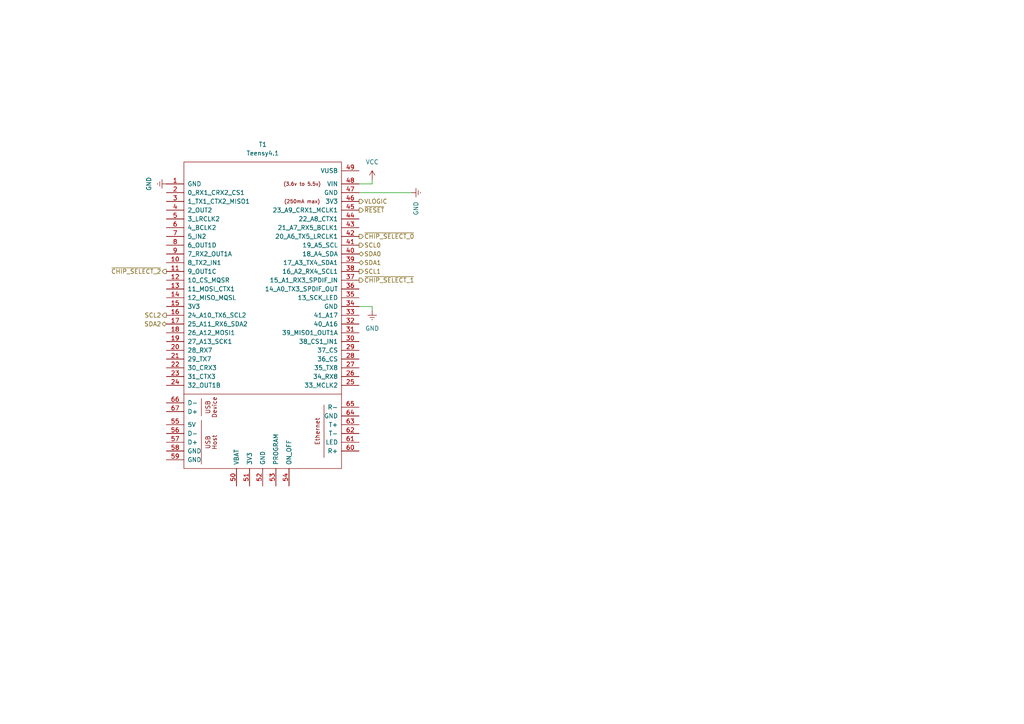
<source format=kicad_sch>
(kicad_sch (version 20250114) (generator "eeschema") (generator_version "9.0")
  (paper "A4")
  (title_block (title "master_of_muppets") (rev "0.0.0") (company "y3i12"))
  (lib_symbols
    (symbol "power:+5V" (power) (pin_numbers (hide yes)) (pin_names (offset 0) (hide yes))
      (property "Value" "+5V" (at 0 3.556 0))
      (symbol "+5V_0_1"
        (polyline (pts (xy -0.762 1.27) (xy 0 2.54)))
        (polyline (pts (xy 0 2.54) (xy 0.762 1.27)))
        (polyline (pts (xy 0 0) (xy 0 2.54)))
      )
      (symbol "+5V_1_1"
        (pin power_in line (at 0 0 90) (length 0) (name "~") (number "1"))
      )
    )
    (symbol "power:GNDREF" (power) (pin_numbers (hide yes)) (pin_names (offset 0) (hide yes))
      (property "Value" "GNDREF" (at 0 -3.81 0))
      (symbol "GNDREF_0_1"
        (polyline (pts (xy -0.635 -1.905) (xy 0.635 -1.905)))
        (polyline (pts (xy -0.127 -2.54) (xy 0.127 -2.54)))
        (polyline (pts (xy 0 -1.27) (xy 0 0)))
        (polyline (pts (xy 1.27 -1.27) (xy -1.27 -1.27)))
      )
      (symbol "GNDREF_1_1"
        (pin power_in line (at 0 0 270) (length 0) (name "~") (number "1"))
      )
    )
    (symbol "teensy:Teensy4.1" (pin_names (offset 1.016))
      (property "Reference" "U" (at 0 64.77 0))
      (property "Value" "Teensy4.1" (at 0 62.23 0))
      (symbol "Teensy4.1_0_0"
        (polyline (pts (xy -22.86 -6.35) (xy 22.86 -6.35)))
        (polyline (pts (xy -17.78 -7.62) (xy -17.78 -12.7)))
        (polyline (pts (xy -17.78 -26.67) (xy -17.78 -13.97)))
        (polyline (pts (xy 17.78 -9.525) (xy 17.78 -24.765)))
        (text "USB" (at -15.875 -10.16 900) (effects (font (size 1.27 1.27))))
        (text "USB" (at -15.875 -20.32 900) (effects (font (size 1.27 1.27))))
        (text "Device" (at -13.97 -10.16 900) (effects (font (size 1.27 1.27))))
        (text "Host" (at -13.97 -20.32 900) (effects (font (size 1.27 1.27))))
        (text "(3.6v to 5.5v)" (at 11.43 54.61 0) (effects (font (size 1.016 1.016))))
        (text "(250mA max)" (at 11.43 49.53 0) (effects (font (size 1.016 1.016))))
        (text "Ethernet" (at 15.875 -17.145 900) (effects (font (size 1.27 1.27))))
        (pin bidirectional line (at -27.94 44.45 0) (length 5.08) (name "3_LRCLK2") (number "5"))
        (pin bidirectional line (at -27.94 41.91 0) (length 5.08) (name "4_BCLK2") (number "6"))
        (pin bidirectional line (at -27.94 39.37 0) (length 5.08) (name "5_IN2") (number "7"))
        (pin bidirectional line (at -27.94 36.83 0) (length 5.08) (name "6_OUT1D") (number "8"))
        (pin bidirectional line (at -27.94 34.29 0) (length 5.08) (name "7_RX2_OUT1A") (number "9"))
        (pin bidirectional line (at -27.94 31.75 0) (length 5.08) (name "8_TX2_IN1") (number "10"))
        (pin bidirectional line (at -27.94 29.21 0) (length 5.08) (name "9_OUT1C") (number "11"))
        (pin bidirectional line (at -27.94 26.67 0) (length 5.08) (name "10_CS_MQSR") (number "12"))
        (pin bidirectional line (at -27.94 24.13 0) (length 5.08) (name "11_MOSI_CTX1") (number "13"))
        (pin bidirectional line (at -27.94 21.59 0) (length 5.08) (name "12_MISO_MQSL") (number "14"))
        (pin power_in line (at -27.94 19.05 0) (length 5.08) (name "3V3") (number "15"))
        (pin bidirectional line (at -27.94 16.51 0) (length 5.08) (name "24_A10_TX6_SCL2") (number "16"))
        (pin bidirectional line (at -27.94 13.97 0) (length 5.08) (name "25_A11_RX6_SDA2") (number "17"))
        (pin bidirectional line (at -27.94 11.43 0) (length 5.08) (name "26_A12_MOSI1") (number "18"))
        (pin bidirectional line (at -27.94 8.89 0) (length 5.08) (name "27_A13_SCK1") (number "19"))
        (pin bidirectional line (at -27.94 6.35 0) (length 5.08) (name "28_RX7") (number "20"))
        (pin bidirectional line (at -27.94 3.81 0) (length 5.08) (name "29_TX7") (number "21"))
        (pin bidirectional line (at -27.94 1.27 0) (length 5.08) (name "30_CRX3") (number "22"))
        (pin bidirectional line (at -27.94 -1.27 0) (length 5.08) (name "31_CTX3") (number "23"))
        (pin bidirectional line (at -27.94 -3.81 0) (length 5.08) (name "32_OUT1B") (number "24"))
        (pin bidirectional line (at -27.94 -8.89 0) (length 5.08) (name "D-") (number "66"))
        (pin bidirectional line (at -27.94 -11.43 0) (length 5.08) (name "D+") (number "67"))
        (pin power_out line (at -27.94 -15.24 0) (length 5.08) (name "5V") (number "55"))
        (pin bidirectional line (at -27.94 -17.78 0) (length 5.08) (name "D-") (number "56"))
        (pin bidirectional line (at -27.94 -20.32 0) (length 5.08) (name "D+") (number "57"))
        (pin power_in line (at -27.94 -22.86 0) (length 5.08) (name "GND") (number "58"))
        (pin power_in line (at -27.94 -25.4 0) (length 5.08) (name "GND") (number "59"))
        (pin power_in line (at -7.62 -33.02 90) (length 5.08) (name "VBAT") (number "50"))
        (pin power_in line (at -3.81 -33.02 90) (length 5.08) (name "3V3") (number "51"))
        (pin input line (at 0 -33.02 90) (length 5.08) (name "GND") (number "52"))
        (pin input line (at 3.81 -33.02 90) (length 5.08) (name "PROGRAM") (number "53"))
        (pin input line (at 7.62 -33.02 90) (length 5.08) (name "ON_OFF") (number "54"))
        (pin power_out line (at 27.94 58.42 180) (length 5.08) (name "VUSB") (number "49"))
        (pin power_in line (at 27.94 54.61 180) (length 5.08) (name "VIN") (number "48"))
        (pin output line (at 27.94 52.07 180) (length 5.08) (name "GND") (number "47"))
        (pin output line (at 27.94 49.53 180) (length 5.08) (name "3V3") (number "46"))
        (pin bidirectional line (at 27.94 46.99 180) (length 5.08) (name "23_A9_CRX1_MCLK1") (number "45"))
        (pin bidirectional line (at 27.94 44.45 180) (length 5.08) (name "22_A8_CTX1") (number "44"))
        (pin bidirectional line (at 27.94 41.91 180) (length 5.08) (name "21_A7_RX5_BCLK1") (number "43"))
        (pin bidirectional line (at 27.94 39.37 180) (length 5.08) (name "20_A6_TX5_LRCLK1") (number "42"))
        (pin bidirectional line (at 27.94 36.83 180) (length 5.08) (name "19_A5_SCL") (number "41"))
        (pin bidirectional line (at 27.94 34.29 180) (length 5.08) (name "18_A4_SDA") (number "40"))
        (pin bidirectional line (at 27.94 31.75 180) (length 5.08) (name "17_A3_TX4_SDA1") (number "39"))
        (pin bidirectional line (at 27.94 29.21 180) (length 5.08) (name "16_A2_RX4_SCL1") (number "38"))
        (pin bidirectional line (at 27.94 26.67 180) (length 5.08) (name "15_A1_RX3_SPDIF_IN") (number "37"))
        (pin bidirectional line (at 27.94 24.13 180) (length 5.08) (name "14_A0_TX3_SPDIF_OUT") (number "36"))
        (pin bidirectional line (at 27.94 21.59 180) (length 5.08) (name "13_SCK_LED") (number "35"))
        (pin bidirectional line (at 27.94 16.51 180) (length 5.08) (name "41_A17") (number "33"))
        (pin bidirectional line (at 27.94 13.97 180) (length 5.08) (name "40_A16") (number "32"))
        (pin bidirectional line (at 27.94 11.43 180) (length 5.08) (name "39_MISO1_OUT1A") (number "31"))
        (pin bidirectional line (at 27.94 8.89 180) (length 5.08) (name "38_CS1_IN1") (number "30"))
        (pin bidirectional line (at 27.94 6.35 180) (length 5.08) (name "37_CS") (number "29"))
        (pin bidirectional line (at 27.94 3.81 180) (length 5.08) (name "36_CS") (number "28"))
        (pin bidirectional line (at 27.94 1.27 180) (length 5.08) (name "35_TX8") (number "27"))
        (pin bidirectional line (at 27.94 -1.27 180) (length 5.08) (name "34_RX8") (number "26"))
        (pin bidirectional line (at 27.94 -3.81 180) (length 5.08) (name "33_MCLK2") (number "25"))
        (pin bidirectional line (at 27.94 -10.16 180) (length 5.08) (name "R-") (number "65"))
        (pin power_in line (at 27.94 -12.7 180) (length 5.08) (name "GND") (number "64"))
        (pin bidirectional line (at 27.94 -15.24 180) (length 5.08) (name "T+") (number "63"))
        (pin bidirectional line (at 27.94 -17.78 180) (length 5.08) (name "T-") (number "62"))
        (pin bidirectional line (at 27.94 -20.32 180) (length 5.08) (name "LED") (number "61"))
        (pin bidirectional line (at 27.94 -22.86 180) (length 5.08) (name "R+") (number "60"))
      )
      (symbol "Teensy4.1_0_1"
        (rectangle (start -22.86 60.96) (end 22.86 -27.94))
        (rectangle (start -20.32 -1.27) (end -20.32 -1.27))
      )
      (symbol "Teensy4.1_1_1"
        (pin power_in line (at -27.94 54.61 0) (length 5.08) (name "GND") (number "1"))
        (pin bidirectional line (at -27.94 52.07 0) (length 5.08) (name "0_RX1_CRX2_CS1") (number "2"))
        (pin bidirectional line (at -27.94 49.53 0) (length 5.08) (name "1_TX1_CTX2_MISO1") (number "3"))
        (pin bidirectional line (at -27.94 46.99 0) (length 5.08) (name "2_OUT2") (number "4"))
        (pin power_in line (at 27.94 19.05 180) (length 5.08) (name "GND") (number "34"))
      )
    )
  )
  (wire (pts (xy 107.95 53.34) (xy 104.14 53.34)))
  (wire (pts (xy 119.38 55.88) (xy 104.14 55.88)))
  (wire (pts (xy 107.95 88.9) (xy 107.95 90.17)))
  (wire (pts (xy 104.14 88.9) (xy 107.95 88.9)))
  (wire (pts (xy 107.95 52.07) (xy 107.95 53.34)))
  (hierarchical_label "SDA0" (shape bidirectional) (at 104.14 73.66 0))
  (hierarchical_label "~{RESET}" (shape output) (at 104.14 60.96 0))
  (hierarchical_label "VLOGIC" (shape output) (at 104.14 58.42 0))
  (hierarchical_label "SCL0" (shape output) (at 104.14 71.12 0))
  (hierarchical_label "SDA1" (shape bidirectional) (at 104.14 76.2 0))
  (hierarchical_label "SDA2" (shape bidirectional) (at 48.26 93.98 180))
  (hierarchical_label "SCL2" (shape output) (at 48.26 91.44 180))
  (hierarchical_label "~{CHIP_SELECT_1}" (shape output) (at 104.14 81.28 0))
  (hierarchical_label "~{CHIP_SELECT_0}" (shape output) (at 104.14 68.58 0))
  (hierarchical_label "~{CHIP_SELECT_2}" (shape output) (at 48.26 78.74 180))
  (hierarchical_label "SCL1" (shape output) (at 104.14 78.74 0))
  (symbol (lib_id "power:GNDREF") (at 119.38 55.88 90) (unit 1)
    (property "Reference" "#PWR09" (effects (hide yes)))
    (property "Value" "GND" (at 120.6501 58.42 0) (effects (justify right)))
    (property "Description" "Power symbol creates a global label with name \"GNDREF\" , reference supply ground" (effects (hide yes)))
  )
  (symbol (lib_id "teensy:Teensy4.1") (at 76.2 107.95 0) (unit 1)
    (property "Reference" "T1" (at 76.2 41.91 0))
    (property "Value" "Teensy4.1" (at 76.2 44.45 0))
    (property "Footprint" "Teensy:Teensy41" (effects (hide yes)))
  )
  (symbol (lib_id "power:GNDREF") (at 107.95 90.17 0) (unit 1)
    (property "Reference" "#PWR010" (effects (hide yes)))
    (property "Value" "GND" (at 107.95 95.25 0))
    (property "Description" "Power symbol creates a global label with name \"GNDREF\" , reference supply ground" (effects (hide yes)))
  )
  (symbol (lib_id "power:+5V") (at 107.95 52.07 0) (unit 1)
    (property "Reference" "#PWR07" (effects (hide yes)))
    (property "Value" "VCC" (at 107.95 46.99 0))
    (property "Description" "Power symbol creates a global label with name \"+5V\"" (effects (hide yes)))
  )
  (symbol (lib_id "power:GNDREF") (at 48.26 53.34 270) (unit 1)
    (property "Reference" "#PWR08" (effects (hide yes)))
    (property "Value" "GND" (at 43.18 53.34 0))
    (property "Description" "Power symbol creates a global label with name \"GNDREF\" , reference supply ground" (effects (hide yes)))
  )
)
</source>
